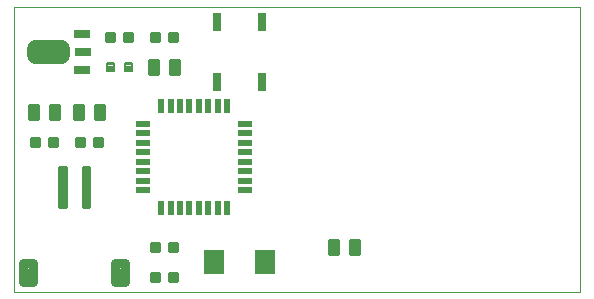
<source format=gtp>
G75*
%MOIN*%
%OFA0B0*%
%FSLAX24Y24*%
%IPPOS*%
%LPD*%
%AMOC8*
5,1,8,0,0,1.08239X$1,22.5*
%
%ADD10C,0.0000*%
%ADD11R,0.0300X0.0600*%
%ADD12C,0.0100*%
%ADD13C,0.0088*%
%ADD14R,0.0700X0.0800*%
%ADD15C,0.0075*%
%ADD16R,0.0551X0.0315*%
%ADD17C,0.0600*%
%ADD18C,0.0157*%
%ADD19C,0.0315*%
%ADD20R,0.0220X0.0500*%
%ADD21R,0.0500X0.0220*%
D10*
X000317Y000317D02*
X000317Y009813D01*
X019187Y009813D01*
X019187Y000317D01*
X000317Y000317D01*
D11*
X007067Y007317D03*
X008567Y007317D03*
X008567Y009317D03*
X007067Y009317D03*
D12*
X005817Y007592D02*
X005517Y007592D01*
X005517Y008042D01*
X005817Y008042D01*
X005817Y007592D01*
X005817Y007691D02*
X005517Y007691D01*
X005517Y007790D02*
X005817Y007790D01*
X005817Y007889D02*
X005517Y007889D01*
X005517Y007988D02*
X005817Y007988D01*
X005117Y007592D02*
X004817Y007592D01*
X004817Y008042D01*
X005117Y008042D01*
X005117Y007592D01*
X005117Y007691D02*
X004817Y007691D01*
X004817Y007790D02*
X005117Y007790D01*
X005117Y007889D02*
X004817Y007889D01*
X004817Y007988D02*
X005117Y007988D01*
X003317Y006542D02*
X003017Y006542D01*
X003317Y006542D02*
X003317Y006092D01*
X003017Y006092D01*
X003017Y006542D01*
X003017Y006191D02*
X003317Y006191D01*
X003317Y006290D02*
X003017Y006290D01*
X003017Y006389D02*
X003317Y006389D01*
X003317Y006488D02*
X003017Y006488D01*
X002617Y006542D02*
X002317Y006542D01*
X002617Y006542D02*
X002617Y006092D01*
X002317Y006092D01*
X002317Y006542D01*
X002317Y006191D02*
X002617Y006191D01*
X002617Y006290D02*
X002317Y006290D01*
X002317Y006389D02*
X002617Y006389D01*
X002617Y006488D02*
X002317Y006488D01*
X001817Y006092D02*
X001517Y006092D01*
X001517Y006542D01*
X001817Y006542D01*
X001817Y006092D01*
X001817Y006191D02*
X001517Y006191D01*
X001517Y006290D02*
X001817Y006290D01*
X001817Y006389D02*
X001517Y006389D01*
X001517Y006488D02*
X001817Y006488D01*
X001117Y006092D02*
X000817Y006092D01*
X000817Y006542D01*
X001117Y006542D01*
X001117Y006092D01*
X001117Y006191D02*
X000817Y006191D01*
X000817Y006290D02*
X001117Y006290D01*
X001117Y006389D02*
X000817Y006389D01*
X000817Y006488D02*
X001117Y006488D01*
X010817Y001592D02*
X011117Y001592D01*
X010817Y001592D02*
X010817Y002042D01*
X011117Y002042D01*
X011117Y001592D01*
X011117Y001691D02*
X010817Y001691D01*
X010817Y001790D02*
X011117Y001790D01*
X011117Y001889D02*
X010817Y001889D01*
X010817Y001988D02*
X011117Y001988D01*
X011517Y001592D02*
X011817Y001592D01*
X011517Y001592D02*
X011517Y002042D01*
X011817Y002042D01*
X011817Y001592D01*
X011817Y001691D02*
X011517Y001691D01*
X011517Y001790D02*
X011817Y001790D01*
X011817Y001889D02*
X011517Y001889D01*
X011517Y001988D02*
X011817Y001988D01*
D13*
X005748Y001686D02*
X005486Y001686D01*
X005486Y001948D01*
X005748Y001948D01*
X005748Y001686D01*
X005748Y001773D02*
X005486Y001773D01*
X005486Y001860D02*
X005748Y001860D01*
X005748Y001947D02*
X005486Y001947D01*
X005148Y001686D02*
X004886Y001686D01*
X004886Y001948D01*
X005148Y001948D01*
X005148Y001686D01*
X005148Y001773D02*
X004886Y001773D01*
X004886Y001860D02*
X005148Y001860D01*
X005148Y001947D02*
X004886Y001947D01*
X004886Y000686D02*
X005148Y000686D01*
X004886Y000686D02*
X004886Y000948D01*
X005148Y000948D01*
X005148Y000686D01*
X005148Y000773D02*
X004886Y000773D01*
X004886Y000860D02*
X005148Y000860D01*
X005148Y000947D02*
X004886Y000947D01*
X005486Y000686D02*
X005748Y000686D01*
X005486Y000686D02*
X005486Y000948D01*
X005748Y000948D01*
X005748Y000686D01*
X005748Y000773D02*
X005486Y000773D01*
X005486Y000860D02*
X005748Y000860D01*
X005748Y000947D02*
X005486Y000947D01*
X003248Y005448D02*
X002986Y005448D01*
X003248Y005448D02*
X003248Y005186D01*
X002986Y005186D01*
X002986Y005448D01*
X002986Y005273D02*
X003248Y005273D01*
X003248Y005360D02*
X002986Y005360D01*
X002986Y005447D02*
X003248Y005447D01*
X002648Y005448D02*
X002386Y005448D01*
X002648Y005448D02*
X002648Y005186D01*
X002386Y005186D01*
X002386Y005448D01*
X002386Y005273D02*
X002648Y005273D01*
X002648Y005360D02*
X002386Y005360D01*
X002386Y005447D02*
X002648Y005447D01*
X001748Y005186D02*
X001486Y005186D01*
X001486Y005448D01*
X001748Y005448D01*
X001748Y005186D01*
X001748Y005273D02*
X001486Y005273D01*
X001486Y005360D02*
X001748Y005360D01*
X001748Y005447D02*
X001486Y005447D01*
X001148Y005186D02*
X000886Y005186D01*
X000886Y005448D01*
X001148Y005448D01*
X001148Y005186D01*
X001148Y005273D02*
X000886Y005273D01*
X000886Y005360D02*
X001148Y005360D01*
X001148Y005447D02*
X000886Y005447D01*
X003386Y008948D02*
X003648Y008948D01*
X003648Y008686D01*
X003386Y008686D01*
X003386Y008948D01*
X003386Y008773D02*
X003648Y008773D01*
X003648Y008860D02*
X003386Y008860D01*
X003386Y008947D02*
X003648Y008947D01*
X003986Y008948D02*
X004248Y008948D01*
X004248Y008686D01*
X003986Y008686D01*
X003986Y008948D01*
X003986Y008773D02*
X004248Y008773D01*
X004248Y008860D02*
X003986Y008860D01*
X003986Y008947D02*
X004248Y008947D01*
X004886Y008948D02*
X005148Y008948D01*
X005148Y008686D01*
X004886Y008686D01*
X004886Y008948D01*
X004886Y008773D02*
X005148Y008773D01*
X005148Y008860D02*
X004886Y008860D01*
X004886Y008947D02*
X005148Y008947D01*
X005486Y008948D02*
X005748Y008948D01*
X005748Y008686D01*
X005486Y008686D01*
X005486Y008948D01*
X005486Y008773D02*
X005748Y008773D01*
X005748Y008860D02*
X005486Y008860D01*
X005486Y008947D02*
X005748Y008947D01*
D14*
X006967Y001317D03*
X008667Y001317D03*
D15*
X004230Y007679D02*
X004004Y007679D01*
X004004Y007955D01*
X004230Y007955D01*
X004230Y007679D01*
X004230Y007753D02*
X004004Y007753D01*
X004004Y007827D02*
X004230Y007827D01*
X004230Y007901D02*
X004004Y007901D01*
X003630Y007679D02*
X003404Y007679D01*
X003404Y007955D01*
X003630Y007955D01*
X003630Y007679D01*
X003630Y007753D02*
X003404Y007753D01*
X003404Y007827D02*
X003630Y007827D01*
X003630Y007901D02*
X003404Y007901D01*
D16*
X002596Y008317D03*
X002567Y007717D03*
X002567Y008917D03*
D17*
X001865Y008417D02*
X001865Y008217D01*
X001029Y008217D01*
X001029Y008417D01*
X001865Y008417D01*
D18*
X002002Y004447D02*
X002002Y003187D01*
X001844Y003187D01*
X001844Y004447D01*
X002002Y004447D01*
X002002Y003343D02*
X001844Y003343D01*
X001844Y003499D02*
X002002Y003499D01*
X002002Y003655D02*
X001844Y003655D01*
X001844Y003811D02*
X002002Y003811D01*
X002002Y003967D02*
X001844Y003967D01*
X001844Y004123D02*
X002002Y004123D01*
X002002Y004279D02*
X001844Y004279D01*
X001844Y004435D02*
X002002Y004435D01*
X002789Y004447D02*
X002789Y003187D01*
X002631Y003187D01*
X002631Y004447D01*
X002789Y004447D01*
X002789Y003343D02*
X002631Y003343D01*
X002631Y003499D02*
X002789Y003499D01*
X002789Y003655D02*
X002631Y003655D01*
X002631Y003811D02*
X002789Y003811D01*
X002789Y003967D02*
X002631Y003967D01*
X002631Y004123D02*
X002789Y004123D01*
X002789Y004279D02*
X002631Y004279D01*
X002631Y004435D02*
X002789Y004435D01*
D19*
X004010Y001273D02*
X004010Y000643D01*
X003694Y000643D01*
X003694Y001273D01*
X004010Y001273D01*
X004010Y000957D02*
X003694Y000957D01*
X003694Y001271D02*
X004010Y001271D01*
X000939Y001273D02*
X000939Y000643D01*
X000623Y000643D01*
X000623Y001273D01*
X000939Y001273D01*
X000939Y000957D02*
X000623Y000957D01*
X000623Y001271D02*
X000939Y001271D01*
D20*
X005214Y003127D03*
X005529Y003127D03*
X005844Y003127D03*
X006159Y003127D03*
X006474Y003127D03*
X006789Y003127D03*
X007104Y003127D03*
X007419Y003127D03*
X007419Y006507D03*
X007104Y006507D03*
X006789Y006507D03*
X006474Y006507D03*
X006159Y006507D03*
X005844Y006507D03*
X005529Y006507D03*
X005214Y006507D03*
D21*
X004627Y005919D03*
X004627Y005604D03*
X004627Y005289D03*
X004627Y004974D03*
X004627Y004659D03*
X004627Y004344D03*
X004627Y004029D03*
X004627Y003714D03*
X008007Y003714D03*
X008007Y004029D03*
X008007Y004344D03*
X008007Y004659D03*
X008007Y004974D03*
X008007Y005289D03*
X008007Y005604D03*
X008007Y005919D03*
M02*

</source>
